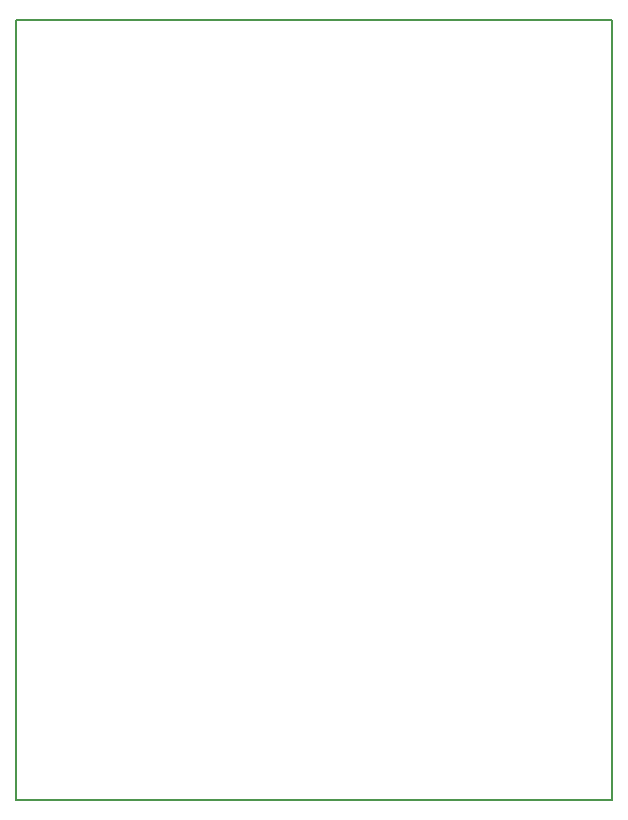
<source format=gko>
G04 #@! TF.FileFunction,Profile,NP*
%FSLAX46Y46*%
G04 Gerber Fmt 4.6, Leading zero omitted, Abs format (unit mm)*
G04 Created by KiCad (PCBNEW 4.0.5) date Mon Feb 27 06:48:06 2017*
%MOMM*%
%LPD*%
G01*
G04 APERTURE LIST*
%ADD10C,0.100000*%
%ADD11C,0.150000*%
G04 APERTURE END LIST*
D10*
D11*
X149500000Y-93500000D02*
X149500000Y-27500000D01*
X99000000Y-93500000D02*
X149500000Y-93500000D01*
X99000000Y-27500000D02*
X99000000Y-93500000D01*
X99000000Y-27500000D02*
X149500000Y-27500000D01*
M02*

</source>
